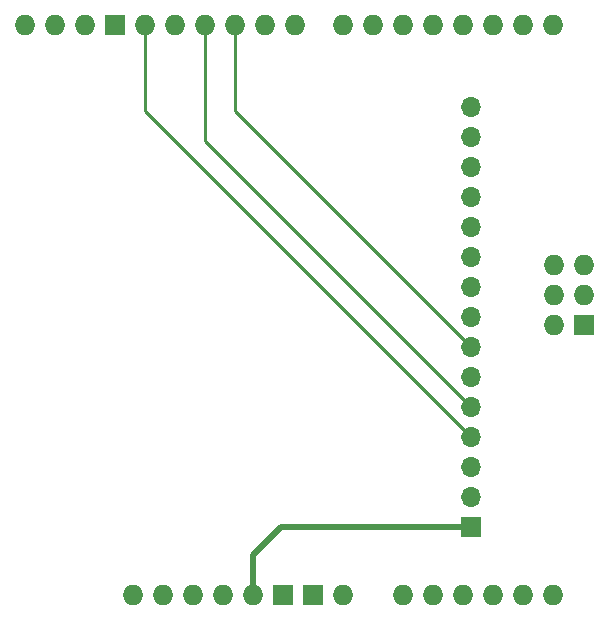
<source format=gbr>
%TF.GenerationSoftware,KiCad,Pcbnew,7.0.1*%
%TF.CreationDate,2023-04-03T11:52:17-04:00*%
%TF.ProjectId,panel-tester_arduino-uno,70616e65-6c2d-4746-9573-7465725f6172,rev?*%
%TF.SameCoordinates,Original*%
%TF.FileFunction,Copper,L1,Top*%
%TF.FilePolarity,Positive*%
%FSLAX46Y46*%
G04 Gerber Fmt 4.6, Leading zero omitted, Abs format (unit mm)*
G04 Created by KiCad (PCBNEW 7.0.1) date 2023-04-03 11:52:17*
%MOMM*%
%LPD*%
G01*
G04 APERTURE LIST*
%TA.AperFunction,ComponentPad*%
%ADD10O,1.727200X1.727200*%
%TD*%
%TA.AperFunction,ComponentPad*%
%ADD11R,1.727200X1.727200*%
%TD*%
%TA.AperFunction,ComponentPad*%
%ADD12R,1.700000X1.700000*%
%TD*%
%TA.AperFunction,ComponentPad*%
%ADD13O,1.700000X1.700000*%
%TD*%
%TA.AperFunction,Conductor*%
%ADD14C,0.250000*%
%TD*%
%TA.AperFunction,Conductor*%
%ADD15C,0.500000*%
%TD*%
G04 APERTURE END LIST*
D10*
%TO.P,XA1,VIN,VIN*%
%TO.N,unconnected-(XA1-PadVIN)*%
X213279881Y-82750000D03*
%TO.P,XA1,SDA,SDA*%
%TO.N,unconnected-(XA1-PadSDA)*%
X188895881Y-34490000D03*
%TO.P,XA1,SCL,SCL*%
%TO.N,unconnected-(XA1-PadSCL)*%
X186355881Y-34490000D03*
%TO.P,XA1,SCK,SPI_SCK*%
%TO.N,unconnected-(XA1-PadSCK)*%
X231186881Y-57350000D03*
%TO.P,XA1,RST2,SPI_RESET*%
%TO.N,unconnected-(XA1-PadRST2)*%
X231186881Y-59890000D03*
%TO.P,XA1,RST1,RESET*%
%TO.N,unconnected-(XA1-PadRST1)*%
X200579881Y-82750000D03*
%TO.P,XA1,MOSI,SPI_MOSI*%
%TO.N,unconnected-(XA1-PadMOSI)*%
X233726881Y-57350000D03*
%TO.P,XA1,MISO,SPI_MISO*%
%TO.N,unconnected-(XA1-PadMISO)*%
X231186881Y-54810000D03*
%TO.P,XA1,IORF,IOREF*%
%TO.N,unconnected-(XA1-PadIORF)*%
X198039881Y-82750000D03*
D11*
%TO.P,XA1,GND4,SPI_GND*%
%TO.N,unconnected-(XA1-PadGND4)*%
X233726881Y-59890000D03*
%TO.P,XA1,GND3,GND*%
%TO.N,unconnected-(XA1-PadGND3)*%
X210739881Y-82750000D03*
%TO.P,XA1,GND2,GND*%
%TO.N,/GND*%
X208199881Y-82750000D03*
%TO.P,XA1,GND1,GND*%
%TO.N,unconnected-(XA1-PadGND1)*%
X193975881Y-34490000D03*
D10*
%TO.P,XA1,D13,D13*%
%TO.N,/SCK*%
X196515881Y-34490000D03*
%TO.P,XA1,D12,D12*%
%TO.N,unconnected-(XA1-PadD12)*%
X199055881Y-34490000D03*
%TO.P,XA1,D11,D11*%
%TO.N,/COPI*%
X201595881Y-34490000D03*
%TO.P,XA1,D10,D10_CS*%
%TO.N,/CS1*%
X204135881Y-34490000D03*
%TO.P,XA1,D9,D9*%
%TO.N,unconnected-(XA1-PadD9)*%
X206675881Y-34490000D03*
%TO.P,XA1,D8,D8*%
%TO.N,unconnected-(XA1-PadD8)*%
X209215881Y-34490000D03*
%TO.P,XA1,D7,D7*%
%TO.N,unconnected-(XA1-PadD7)*%
X213279881Y-34490000D03*
%TO.P,XA1,D6,D6*%
%TO.N,unconnected-(XA1-PadD6)*%
X215819881Y-34490000D03*
%TO.P,XA1,D5,D5*%
%TO.N,unconnected-(XA1-PadD5)*%
X218359881Y-34490000D03*
%TO.P,XA1,D4,D4*%
%TO.N,unconnected-(XA1-PadD4)*%
X220899881Y-34490000D03*
%TO.P,XA1,D3,D3_INT1*%
%TO.N,unconnected-(XA1-PadD3)*%
X223439881Y-34490000D03*
%TO.P,XA1,D2,D2_INT0*%
%TO.N,unconnected-(XA1-PadD2)*%
X225979881Y-34490000D03*
%TO.P,XA1,D1,D1_TX0*%
%TO.N,unconnected-(XA1-PadD1)*%
X228519881Y-34490000D03*
%TO.P,XA1,D0,D0_RX0*%
%TO.N,unconnected-(XA1-PadD0)*%
X231059881Y-34490000D03*
%TO.P,XA1,AREF,AREF*%
%TO.N,unconnected-(XA1-PadAREF)*%
X191435881Y-34490000D03*
%TO.P,XA1,A5,A5*%
%TO.N,unconnected-(XA1-PadA5)*%
X231059881Y-82750000D03*
%TO.P,XA1,A4,A4*%
%TO.N,unconnected-(XA1-PadA4)*%
X228519881Y-82750000D03*
%TO.P,XA1,A3,A3*%
%TO.N,unconnected-(XA1-PadA3)*%
X225979881Y-82750000D03*
%TO.P,XA1,A2,A2*%
%TO.N,unconnected-(XA1-PadA2)*%
X223439881Y-82750000D03*
%TO.P,XA1,A1,A1*%
%TO.N,unconnected-(XA1-PadA1)*%
X220899881Y-82750000D03*
%TO.P,XA1,A0,A0*%
%TO.N,unconnected-(XA1-PadA0)*%
X218359881Y-82750000D03*
%TO.P,XA1,5V2,SPI_5V*%
%TO.N,unconnected-(XA1-Pad5V2)*%
X233726881Y-54810000D03*
%TO.P,XA1,5V1,5V*%
%TO.N,/5VCC*%
X205659881Y-82750000D03*
%TO.P,XA1,3V3,3.3V*%
%TO.N,unconnected-(XA1-Pad3V3)*%
X203119881Y-82750000D03*
%TO.P,XA1,*%
%TO.N,*%
X195499881Y-82750000D03*
%TD*%
D12*
%TO.P,J1,1,Pin_1*%
%TO.N,/5VCC*%
X224105000Y-77000000D03*
D13*
%TO.P,J1,2,Pin_2*%
%TO.N,/GND*%
X224105000Y-74460000D03*
%TO.P,J1,3,Pin_3*%
%TO.N,unconnected-(J1-Pad3)*%
X224105000Y-71920000D03*
%TO.P,J1,4,Pin_4*%
%TO.N,/SCK*%
X224105000Y-69380000D03*
%TO.P,J1,5,Pin_5*%
%TO.N,/COPI*%
X224105000Y-66840000D03*
%TO.P,J1,6,Pin_6*%
%TO.N,unconnected-(J1-Pad6)*%
X224105000Y-64300000D03*
%TO.P,J1,7,Pin_7*%
%TO.N,/CS1*%
X224105000Y-61760000D03*
%TO.P,J1,8,Pin_8*%
%TO.N,unconnected-(J1-Pad8)*%
X224105000Y-59220000D03*
%TO.P,J1,9,Pin_9*%
%TO.N,unconnected-(J1-Pad9)*%
X224105000Y-56680000D03*
%TO.P,J1,10,Pin_10*%
%TO.N,unconnected-(J1-Pad10)*%
X224105000Y-54140000D03*
%TO.P,J1,11,Pin_11*%
%TO.N,unconnected-(J1-Pad11)*%
X224105000Y-51600000D03*
%TO.P,J1,12,Pin_12*%
%TO.N,unconnected-(J1-Pad12)*%
X224105000Y-49060000D03*
%TO.P,J1,13,Pin_13*%
%TO.N,unconnected-(J1-Pad13)*%
X224105000Y-46520000D03*
%TO.P,J1,14,Pin_14*%
%TO.N,unconnected-(J1-Pad14)*%
X224105000Y-43980000D03*
%TO.P,J1,15,Pin_15*%
%TO.N,unconnected-(J1-Pad15)*%
X224105000Y-41440000D03*
%TD*%
D14*
%TO.N,/SCK*%
X224105000Y-69380000D02*
X196515881Y-41790881D01*
X196515881Y-41790881D02*
X196515881Y-34490000D01*
D15*
%TO.N,/5VCC*%
X205659881Y-79390119D02*
X208050000Y-77000000D01*
X205659881Y-82750000D02*
X205659881Y-79390119D01*
X208050000Y-77000000D02*
X224105000Y-77000000D01*
D14*
%TO.N,/COPI*%
X201595881Y-44330881D02*
X224105000Y-66840000D01*
X201595881Y-34490000D02*
X201595881Y-44330881D01*
%TO.N,/CS1*%
X204135881Y-41790881D02*
X224105000Y-61760000D01*
X204135881Y-34490000D02*
X204135881Y-41790881D01*
%TD*%
M02*

</source>
